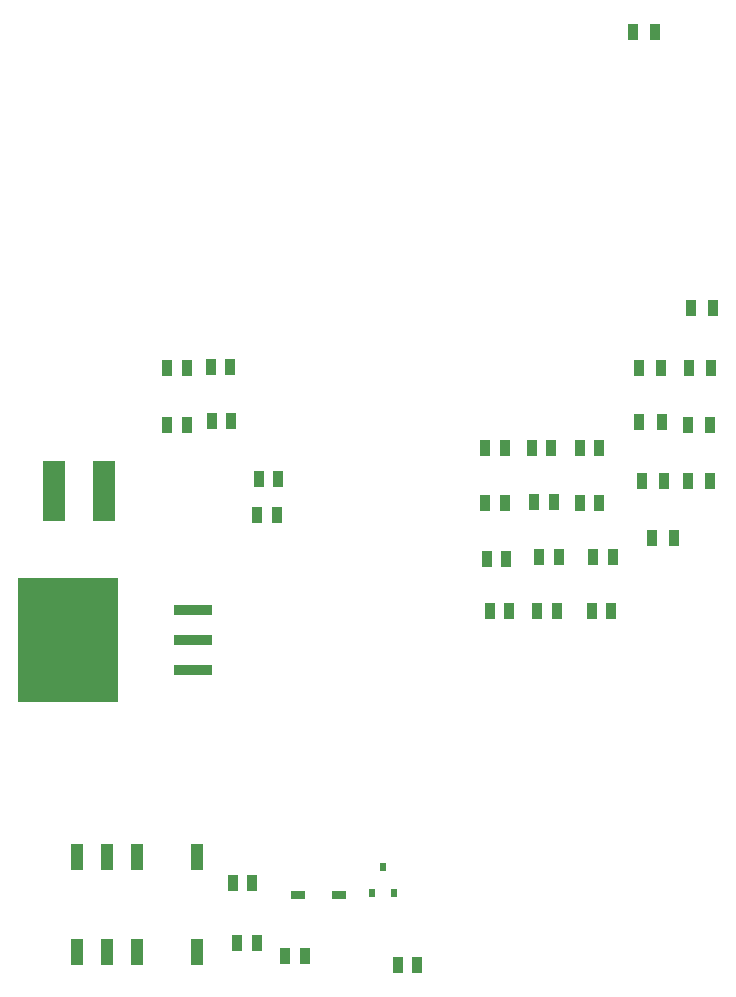
<source format=gbr>
G04*
G04 #@! TF.GenerationSoftware,Altium Limited,Altium Designer,24.4.1 (13)*
G04*
G04 Layer_Color=8421504*
%FSLAX25Y25*%
%MOIN*%
G70*
G04*
G04 #@! TF.SameCoordinates,142569A5-3EBB-4043-B68D-4F4C6A01EB6E*
G04*
G04*
G04 #@! TF.FilePolarity,Positive*
G04*
G01*
G75*
%ADD16R,0.33464X0.41732*%
%ADD17R,0.12992X0.03740*%
%ADD18R,0.03740X0.05512*%
%ADD19R,0.03937X0.08661*%
%ADD20R,0.03347X0.05315*%
%ADD21R,0.07480X0.20079*%
%ADD22R,0.04528X0.03150*%
%ADD23R,0.02362X0.02953*%
D16*
X283500Y273500D02*
D03*
D17*
X325232Y283500D02*
D03*
Y273500D02*
D03*
Y263500D02*
D03*
D18*
X490260Y326500D02*
D03*
X497740D02*
D03*
X474760D02*
D03*
X482240D02*
D03*
X481480Y346000D02*
D03*
X474000D02*
D03*
X497740Y345000D02*
D03*
X490260D02*
D03*
X485740Y307500D02*
D03*
X478260D02*
D03*
X498740Y384000D02*
D03*
X491260D02*
D03*
X481240Y364000D02*
D03*
X473760D02*
D03*
X497980D02*
D03*
X490500D02*
D03*
X479240Y476000D02*
D03*
X471760D02*
D03*
D19*
X326500Y169504D02*
D03*
X306500D02*
D03*
X296500D02*
D03*
X286500D02*
D03*
Y201000D02*
D03*
X296500D02*
D03*
X306500D02*
D03*
X326500D02*
D03*
D20*
X424252Y283000D02*
D03*
X430748D02*
D03*
X458252D02*
D03*
X464748D02*
D03*
X393500Y165000D02*
D03*
X399996D02*
D03*
X356000Y168000D02*
D03*
X362496D02*
D03*
X346496Y172500D02*
D03*
X340000D02*
D03*
X338500Y192500D02*
D03*
X344996D02*
D03*
X440000Y283000D02*
D03*
X446496D02*
D03*
X429248Y337500D02*
D03*
X422752D02*
D03*
X444748D02*
D03*
X438252D02*
D03*
X460748D02*
D03*
X454252D02*
D03*
X429248Y319000D02*
D03*
X422752D02*
D03*
X445496Y319500D02*
D03*
X439000D02*
D03*
X429748Y300500D02*
D03*
X423252D02*
D03*
X454252Y319000D02*
D03*
X460748D02*
D03*
X440752Y301000D02*
D03*
X447248D02*
D03*
X458752D02*
D03*
X465248D02*
D03*
X347252Y327000D02*
D03*
X353748D02*
D03*
X346752Y315000D02*
D03*
X353248D02*
D03*
X323248Y345000D02*
D03*
X316752D02*
D03*
X337996Y346500D02*
D03*
X331500D02*
D03*
X337748Y364500D02*
D03*
X331252D02*
D03*
X323248Y364000D02*
D03*
X316752D02*
D03*
D21*
X295535Y323000D02*
D03*
X279000D02*
D03*
D22*
X360110Y188500D02*
D03*
X373890D02*
D03*
D23*
X388500Y197831D02*
D03*
X392240Y189169D02*
D03*
X384760D02*
D03*
M02*

</source>
